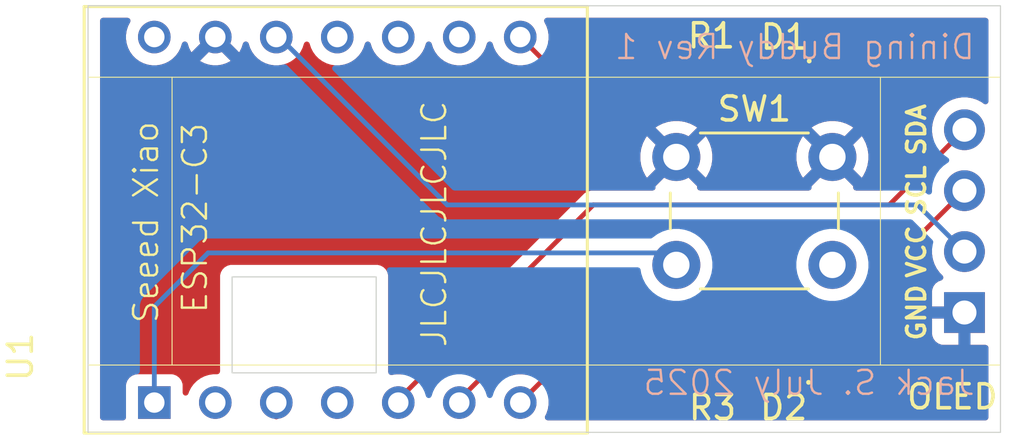
<source format=kicad_pcb>
(kicad_pcb (version 20241229) (generator "pcbnew") (generator_version "9.0")
  (layers (0 "F.Cu" signal) (2 "B.Cu" signal) (13 "F.Paste" user) (15 "B.Paste" user) (5 "F.SilkS" user "F.Silkscreen") (7 "B.SilkS" user "B.Silkscreen") (1 "F.Mask" user) (3 "B.Mask" user) (25 "Edge.Cuts" user))
  (net 0 "")
  (net 1 "Net-(U1-GPIO2)")
  (net 2 "GND")
  (net 3 "+3.3V")
  (net 4 "Net-(U1-GPIO3)")
  (net 5 "Net-(U1-CHIP_EN)")
  (net 9 "Net-(D1-A)")
  (net 10 "Net-(D2-A)")
  (net 11 "Net-(U1-VDD3P3-Pad2)")
  (net 12 "Net-(U1-LNA_IN)")
  (net 14 "Net-(U1-XTAL_32K_N)")
  (footprint "personalmodules:MODULE_113991054" (layer "F.Cu") (at 94.3165 58.62 90)
    (property "Reference" "U1" (at -5.715 -13.135 90) (layer "F.SilkS"))
    (property "Value" "ESP32-C3")
    (fp_line (start 8.89 -10.4775) (end 8.89 10.4775) (stroke (width 0.127)) (layer "F.SilkS"))
    (fp_line (start -8.89 -10.4775) (end 8.89 -10.4775) (stroke (width 0.127)) (layer "F.SilkS"))
    (fp_line (start 8.89 10.4775) (end -8.89 10.4775) (stroke (width 0.127)) (layer "F.SilkS"))
    (fp_line (start -8.89 10.4775) (end -8.89 -10.4775) (stroke (width 0.127)) (layer "F.SilkS"))
    (pad "1" thru_hole rect (at -7.62 -7.5565 90) (size 1.358 1.358) (drill 0.85) (layers "*.Cu" "*.Mask") (net 12 "Net-(U1-LNA_IN)"))
    (pad "2" thru_hole circle (at -7.62 -5.0165 90) (size 1.358 1.358) (drill 0.85) (layers "*.Cu" "*.Mask") (net 11 "Net-(U1-VDD3P3-Pad2)"))
    (pad "3" thru_hole circle (at -7.62 -2.4765 90) (size 1.358 1.358) (drill 0.85) (layers "*.Cu" "*.Mask") (net 11 "Net-(U1-VDD3P3-Pad2)"))
    (pad "4" thru_hole circle (at -7.62 0.0635 90) (size 1.358 1.358) (drill 0.85) (layers "*.Cu" "*.Mask"))
    (pad "5" thru_hole circle (at -7.62 2.6035 90) (size 1.358 1.358) (drill 0.85) (layers "*.Cu" "*.Mask") (net 14 "Net-(U1-XTAL_32K_N)"))
    (pad "6" thru_hole circle (at -7.62 5.1435 90) (size 1.358 1.358) (drill 0.85) (layers "*.Cu" "*.Mask") (net 1 "Net-(U1-GPIO2)"))
    (pad "7" thru_hole circle (at -7.62 7.6835 90) (size 1.358 1.358) (drill 0.85) (layers "*.Cu" "*.Mask") (net 5 "Net-(U1-CHIP_EN)"))
    (pad "8" thru_hole circle (at 7.62 7.6835 90) (size 1.358 1.358) (drill 0.85) (layers "*.Cu" "*.Mask") (net 4 "Net-(U1-GPIO3)"))
    (pad "9" thru_hole circle (at 7.62 5.1435 90) (size 1.358 1.358) (drill 0.85) (layers "*.Cu" "*.Mask"))
    (pad "10" thru_hole circle (at 7.62 2.6035 90) (size 1.358 1.358) (drill 0.85) (layers "*.Cu" "*.Mask"))
    (pad "11" thru_hole circle (at 7.62 0.0635 90) (size 1.358 1.358) (drill 0.85) (layers "*.Cu" "*.Mask"))
    (pad "12" thru_hole circle (at 7.62 -2.4765 90) (size 1.358 1.358) (drill 0.85) (layers "*.Cu" "*.Mask") (net 3 "+3.3V"))
    (pad "13" thru_hole circle (at 7.62 -5.0165 90) (size 1.358 1.358) (drill 0.85) (layers "*.Cu" "*.Mask") (net 2 "GND"))
    (pad "14" thru_hole circle (at 7.62 -7.5565 90) (size 1.358 1.358) (drill 0.85) (layers "*.Cu" "*.Mask"))
  )
  (footprint "LED_SMD:LED_0201_0603Metric_Pad0.64x0.40mm_HandSolder" (layer "F.Cu") (at 113 52 180)
    (property "Reference" "D1" (at 0 1 0) (layer "F.SilkS"))
    (property "Value" "LED")
    (fp_circle (center -1.035 0) (end -0.985 0) (stroke (width 0.1)) (fill no) (layer "F.SilkS"))
    (pad "1" smd roundrect (at -0.4075 0 180) (size 0.635 0.4) (layers "F.Cu" "F.Mask") (net 2 "GND"))
    (pad "2" smd roundrect (at 0.4075 0 180) (size 0.635 0.4) (layers "F.Cu" "F.Mask") (net 9 "Net-(D1-A)"))
  )
  (footprint "LED_SMD:LED_0201_0603Metric_Pad0.64x0.40mm_HandSolder" (layer "F.Cu") (at 112.97166 65.397327 180)
    (property "Reference" "D2" (at 0 -1.05 0) (layer "F.SilkS"))
    (property "Value" "LED")
    (fp_circle (center -1.035 0) (end -0.985 0) (stroke (width 0.1)) (fill no) (layer "F.SilkS"))
    (pad "1" smd roundrect (at -0.4075 0 180) (size 0.635 0.4) (layers "F.Cu" "F.Mask") (net 2 "GND"))
    (pad "2" smd roundrect (at 0.4075 0 180) (size 0.635 0.4) (layers "F.Cu" "F.Mask") (net 10 "Net-(D2-A)"))
  )
  (footprint "Resistor_SMD:R_0201_0603Metric_Pad0.64x0.40mm_HandSolder" (layer "F.Cu") (at 109.96 52)
    (property "Reference" "R1" (at 0 -1.05 0) (layer "F.SilkS"))
    (property "Value" "220")
    (pad "1" smd roundrect (at -0.4075 0) (size 0.635 0.4) (layers "F.Cu" "F.Mask") (net 4 "Net-(U1-GPIO3)"))
    (pad "2" smd roundrect (at 0.4075 0) (size 0.635 0.4) (layers "F.Cu" "F.Mask") (net 9 "Net-(D1-A)"))
  )
  (footprint "personalmodules:SSD1306-0.91-OLED-4pin-128x32 (REVERSED)" (layer "F.Cu") (at 84 52.675)
    (property "Reference" "U2" (hide yes))
    (property "Value" "~")
    (fp_line (start 0 0) (end 0 12) (stroke (width 0.04)) (layer "F.SilkS"))
    (fp_line (start 0 12) (end 38 12) (stroke (width 0.04)) (layer "F.SilkS"))
    (fp_line (start 3.5 0) (end 3.5 12) (stroke (width 0.04)) (layer "F.SilkS"))
    (fp_line (start 33 0) (end 33 12) (stroke (width 0.04)) (layer "F.SilkS"))
    (fp_line (start 38 0) (end 0 0) (stroke (width 0.04)) (layer "F.SilkS"))
    (fp_line (start 38 12) (end 38 0) (stroke (width 0.04)) (layer "F.SilkS"))
    (fp_text user "GND" (at 34.5 9.81 270) (layer "F.SilkS") (effects (font (size 0.75 0.75))))
    (fp_text user "VCC" (at 34.5 7.27 270) (layer "F.SilkS") (effects (font (size 0.75 0.75))))
    (fp_text user "SCL" (at 34.5 4.73 270) (layer "F.SilkS") (effects (font (size 0.75 0.75))))
    (fp_text user "SDA" (at 34.5 2.19 270) (layer "F.SilkS") (effects (font (size 0.75 0.75))))
    (fp_text user "OLED" (at 36 13.325 0) (layer "F.SilkS"))
    (pad "1" thru_hole rect (at 36.5 9.81) (size 1.7 1.7) (drill 1) (layers "*.Cu" "*.Mask") (net 2 "GND"))
    (pad "2" thru_hole oval (at 36.5 7.27) (size 1.7 1.7) (drill 1) (layers "*.Cu" "*.Mask") (net 3 "+3.3V"))
    (pad "3" thru_hole oval (at 36.5 4.73) (size 1.7 1.7) (drill 1) (layers "*.Cu" "*.Mask") (net 1 "Net-(U1-GPIO2)"))
    (pad "4" thru_hole oval (at 36.5 2.19) (size 1.7 1.7) (drill 1) (layers "*.Cu" "*.Mask") (net 14 "Net-(U1-XTAL_32K_N)"))
  )
  (footprint "Button_Switch_THT:SW_PUSH_6mm" (layer "F.Cu") (at 108.5 56)
    (property "Reference" "SW1" (at 3.25 -2 0) (layer "F.SilkS"))
    (property "Value" "SW_Push")
    (fp_line (start -0.25 1.5) (end -0.25 3) (stroke (width 0.12)) (layer "F.SilkS"))
    (fp_line (start 1 5.5) (end 5.5 5.5) (stroke (width 0.12)) (layer "F.SilkS"))
    (fp_line (start 5.5 -1) (end 1 -1) (stroke (width 0.12)) (layer "F.SilkS"))
    (fp_line (start 6.75 3) (end 6.75 1.5) (stroke (width 0.12)) (layer "F.SilkS"))
    (pad "1" thru_hole circle (at 0 0 90) (size 2 2) (drill 1.1) (layers "*.Cu" "*.Mask") (net 2 "GND"))
    (pad "1" thru_hole circle (at 6.5 0 90) (size 2 2) (drill 1.1) (layers "*.Cu" "*.Mask") (net 2 "GND"))
    (pad "2" thru_hole circle (at 0 4.5 90) (size 2 2) (drill 1.1) (layers "*.Cu" "*.Mask") (net 12 "Net-(U1-LNA_IN)"))
    (pad "2" thru_hole circle (at 6.5 4.5 90) (size 2 2) (drill 1.1) (layers "*.Cu" "*.Mask") (net 12 "Net-(U1-LNA_IN)"))
  )
  (footprint "Resistor_SMD:R_0201_0603Metric_Pad0.64x0.40mm_HandSolder" (layer "F.Cu") (at 110.006971 65.397327 180)
    (property "Reference" "R3" (at 0 -1.05 0) (layer "F.SilkS"))
    (property "Value" "220")
    (pad "1" smd roundrect (at -0.4075 0 180) (size 0.635 0.4) (layers "F.Cu" "F.Mask") (net 10 "Net-(D2-A)"))
    (pad "2" smd roundrect (at 0.4075 0 180) (size 0.635 0.4) (layers "F.Cu" "F.Mask") (net 5 "Net-(U1-CHIP_EN)"))
  )
  (gr_rect (start 90 61) (end 96 65) (stroke (width 0.05)) (fill no) (layer "Edge.Cuts"))
  (gr_rect (start 84 49.695679) (end 122 67.481882) (stroke (width 0.05)) (fill no) (layer "Edge.Cuts"))
  (gr_text "JLCJLCJLCJLC" (at 99 64 90) (layer "F.SilkS") (effects (font (size 1 1) (thickness 0.1)) (justify left bottom)))
  (gr_text "ESP32-C3" (at 89.035171 62.586518 90) (layer "F.SilkS") (effects (font (size 1 1) (thickness 0.1)) (justify left bottom)))
  (gr_text "Seeed Xiao" (at 87 63 90) (layer "F.SilkS") (effects (font (size 1 1) (thickness 0.1)) (justify left bottom)))
  (gr_text "Jack S. July 2025" (at 121 66 0) (layer "B.SilkS") (effects (font (size 1 1) (thickness 0.1)) (justify left bottom mirror)))
  (gr_text "Dining Buddy Rev 1" (at 121 52 0) (layer "B.SilkS") (effects (font (size 1 1) (thickness 0.1)) (justify left bottom mirror)))
  (segment (start 102.58 63) (end 115 63) (width 0.2) (layer "F.Cu") (net 1))
  (segment (start 115 62.905) (end 120.5 57.405) (width 0.2) (layer "F.Cu") (net 1))
  (segment (start 115 63) (end 115 62.905) (width 0.2) (layer "F.Cu") (net 1))
  (segment (start 99.46 66.12) (end 102.58 63) (width 0.2) (layer "F.Cu") (net 1))
  (segment (start 113.211 52) (end 113.4075 52) (width 0.2) (layer "F.Cu") (net 2))
  (segment (start 120.5 59.945) (end 118.555 58) (width 0.2) (layer "B.Cu") (net 3))
  (segment (start 98.96 58) (end 91.84 50.88) (width 0.2) (layer "B.Cu") (net 3))
  (segment (start 118.555 58) (end 98.96 58) (width 0.2) (layer "B.Cu") (net 3))
  (segment (start 103 52) (end 102 51) (width 0.2) (layer "F.Cu") (net 4))
  (segment (start 109.5525 52) (end 103 52) (width 0.2) (layer "F.Cu") (net 4))
  (segment (start 102.842673 65.397327) (end 102 66.24) (width 0.2) (layer "F.Cu") (net 5))
  (segment (start 109.599471 65.397327) (end 102.842673 65.397327) (width 0.2) (layer "F.Cu") (net 5))
  (segment (start 112.5925 52) (end 110.3675 52) (width 0.2) (layer "F.Cu") (net 9))
  (segment (start 112.56416 65.397327) (end 110.33916 65.397327) (width 0.2) (layer "F.Cu") (net 10))
  (segment (start 91.84 66.84) (end 91.84 66.12) (width 0.2) (layer "F.Cu") (net 11))
  (segment (start 86.76 66.24) (end 86.76 62.24) (width 0.2) (layer "B.Cu") (net 12))
  (segment (start 86.76 62.24) (end 89 60) (width 0.2) (layer "B.Cu") (net 12))
  (segment (start 89 60) (end 108 60) (width 0.2) (layer "B.Cu") (net 12))
  (segment (start 108 60) (end 108.5 60.5) (width 0.2) (layer "B.Cu") (net 12))
  (segment (start 117.365 58) (end 120.5 54.865) (width 0.2) (layer "F.Cu") (net 14))
  (segment (start 105.04 58) (end 117.365 58) (width 0.2) (layer "F.Cu") (net 14))
  (segment (start 96.92 66.12) (end 105.04 58) (width 0.2) (layer "F.Cu") (net 14))
  (zone (net 2) (net_name "GND") (layers "F.Cu" "B.Cu") (connect_pads (clearance 0.5)) (min_thickness 0.25) (fill yes (thermal_gap 0.5) (thermal_bridge_width 0.5))
    (polygon (pts (xy 82 49.737333) (xy 82 67.502709) (xy 123 67.502709) (xy 123 49.737333)))
  )
)
</source>
